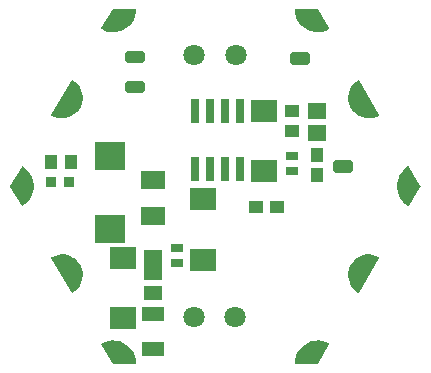
<source format=gbr>
G04 EAGLE Gerber RS-274X export*
G75*
%MOMM*%
%FSLAX34Y34*%
%LPD*%
%INSoldermask Top*%
%IPPOS*%
%AMOC8*
5,1,8,0,0,1.08239X$1,22.5*%
G01*
%ADD10R,0.901600X0.901600*%
%ADD11R,1.101600X1.201600*%
%ADD12C,0.605878*%
%ADD13C,1.101600*%
%ADD14R,2.101600X1.601600*%
%ADD15R,2.621600X2.411600*%
%ADD16R,0.660400X2.082800*%
%ADD17R,1.001600X0.801600*%
%ADD18R,1.201600X1.101600*%
%ADD19R,1.601600X1.401600*%
%ADD20C,1.801600*%
%ADD21R,2.301600X1.901600*%
%ADD22R,1.901600X1.221600*%
%ADD23R,1.601600X1.151600*%
%ADD24R,1.601600X2.501600*%

G36*
X-121620Y-90161D02*
X-121620Y-90161D01*
X-121549Y-90164D01*
X-121522Y-90154D01*
X-121493Y-90152D01*
X-121403Y-90110D01*
X-121363Y-90095D01*
X-121355Y-90087D01*
X-121342Y-90081D01*
X-119039Y-88482D01*
X-119015Y-88457D01*
X-118975Y-88429D01*
X-116966Y-86472D01*
X-116947Y-86443D01*
X-116912Y-86410D01*
X-115253Y-84149D01*
X-115238Y-84118D01*
X-115209Y-84079D01*
X-113945Y-81576D01*
X-113936Y-81542D01*
X-113914Y-81499D01*
X-113078Y-78822D01*
X-113075Y-78788D01*
X-113060Y-78742D01*
X-112677Y-75963D01*
X-112679Y-75929D01*
X-112673Y-75881D01*
X-112752Y-73078D01*
X-112760Y-73044D01*
X-112761Y-72996D01*
X-113300Y-70244D01*
X-113314Y-70212D01*
X-113323Y-70164D01*
X-114308Y-67539D01*
X-114323Y-67514D01*
X-114328Y-67494D01*
X-114336Y-67483D01*
X-114343Y-67464D01*
X-115747Y-65036D01*
X-115770Y-65010D01*
X-115794Y-64969D01*
X-117578Y-62805D01*
X-117605Y-62783D01*
X-117636Y-62746D01*
X-119752Y-60905D01*
X-119782Y-60888D01*
X-119818Y-60857D01*
X-122209Y-59389D01*
X-122241Y-59378D01*
X-122282Y-59352D01*
X-124881Y-58299D01*
X-124915Y-58292D01*
X-124960Y-58274D01*
X-127697Y-57663D01*
X-127732Y-57662D01*
X-127779Y-57651D01*
X-130579Y-57499D01*
X-130613Y-57504D01*
X-130661Y-57501D01*
X-133449Y-57811D01*
X-133482Y-57822D01*
X-133530Y-57827D01*
X-136228Y-58592D01*
X-136258Y-58608D01*
X-136305Y-58621D01*
X-138840Y-59820D01*
X-138864Y-59837D01*
X-138891Y-59847D01*
X-138943Y-59896D01*
X-139000Y-59939D01*
X-139014Y-59964D01*
X-139036Y-59984D01*
X-139064Y-60049D01*
X-139100Y-60111D01*
X-139103Y-60139D01*
X-139115Y-60166D01*
X-139116Y-60237D01*
X-139125Y-60308D01*
X-139117Y-60336D01*
X-139117Y-60365D01*
X-139083Y-60458D01*
X-139071Y-60499D01*
X-139064Y-60508D01*
X-139059Y-60521D01*
X-122059Y-89921D01*
X-122040Y-89943D01*
X-122027Y-89969D01*
X-121974Y-90017D01*
X-121927Y-90070D01*
X-121901Y-90082D01*
X-121879Y-90102D01*
X-121812Y-90125D01*
X-121748Y-90155D01*
X-121719Y-90157D01*
X-121691Y-90166D01*
X-121620Y-90161D01*
G37*
G36*
X130159Y57562D02*
X130159Y57562D01*
X130207Y57559D01*
X132995Y57869D01*
X133028Y57880D01*
X133076Y57885D01*
X135774Y58650D01*
X135804Y58666D01*
X135851Y58679D01*
X138386Y59878D01*
X138410Y59895D01*
X138437Y59905D01*
X138489Y59954D01*
X138546Y59997D01*
X138560Y60022D01*
X138582Y60042D01*
X138610Y60107D01*
X138646Y60169D01*
X138649Y60197D01*
X138661Y60224D01*
X138662Y60295D01*
X138671Y60366D01*
X138663Y60394D01*
X138663Y60423D01*
X138629Y60516D01*
X138617Y60557D01*
X138610Y60566D01*
X138605Y60579D01*
X121605Y89979D01*
X121586Y90001D01*
X121573Y90027D01*
X121520Y90075D01*
X121473Y90128D01*
X121447Y90140D01*
X121425Y90160D01*
X121358Y90183D01*
X121294Y90213D01*
X121265Y90215D01*
X121237Y90224D01*
X121166Y90219D01*
X121095Y90222D01*
X121068Y90212D01*
X121039Y90210D01*
X120949Y90168D01*
X120909Y90153D01*
X120901Y90145D01*
X120888Y90139D01*
X118585Y88540D01*
X118561Y88515D01*
X118521Y88487D01*
X116512Y86530D01*
X116493Y86501D01*
X116458Y86468D01*
X114799Y84207D01*
X114784Y84176D01*
X114755Y84137D01*
X113491Y81634D01*
X113482Y81600D01*
X113460Y81557D01*
X112624Y78880D01*
X112621Y78846D01*
X112606Y78800D01*
X112223Y76021D01*
X112225Y75987D01*
X112219Y75939D01*
X112298Y73136D01*
X112306Y73102D01*
X112307Y73054D01*
X112846Y70302D01*
X112860Y70270D01*
X112869Y70222D01*
X113854Y67597D01*
X113872Y67567D01*
X113889Y67522D01*
X115293Y65094D01*
X115316Y65068D01*
X115340Y65027D01*
X117124Y62863D01*
X117151Y62841D01*
X117182Y62804D01*
X119298Y60963D01*
X119328Y60946D01*
X119364Y60915D01*
X121755Y59447D01*
X121787Y59436D01*
X121828Y59410D01*
X124427Y58357D01*
X124461Y58350D01*
X124506Y58332D01*
X127243Y57721D01*
X127278Y57720D01*
X127325Y57709D01*
X130125Y57557D01*
X130159Y57562D01*
G37*
G36*
X121199Y-90160D02*
X121199Y-90160D01*
X121270Y-90161D01*
X121297Y-90150D01*
X121326Y-90146D01*
X121388Y-90112D01*
X121453Y-90084D01*
X121474Y-90063D01*
X121499Y-90049D01*
X121562Y-89973D01*
X121592Y-89942D01*
X121596Y-89932D01*
X121605Y-89921D01*
X138605Y-60521D01*
X138614Y-60493D01*
X138631Y-60469D01*
X138646Y-60400D01*
X138668Y-60332D01*
X138666Y-60303D01*
X138672Y-60275D01*
X138659Y-60205D01*
X138653Y-60134D01*
X138640Y-60108D01*
X138634Y-60080D01*
X138594Y-60021D01*
X138562Y-59958D01*
X138539Y-59939D01*
X138523Y-59915D01*
X138441Y-59858D01*
X138408Y-59831D01*
X138398Y-59828D01*
X138386Y-59820D01*
X135851Y-58621D01*
X135817Y-58613D01*
X135774Y-58592D01*
X133076Y-57827D01*
X133041Y-57825D01*
X132995Y-57811D01*
X130207Y-57501D01*
X130173Y-57504D01*
X130125Y-57499D01*
X127325Y-57651D01*
X127291Y-57660D01*
X127243Y-57663D01*
X124506Y-58274D01*
X124474Y-58288D01*
X124427Y-58299D01*
X121828Y-59352D01*
X121799Y-59371D01*
X121755Y-59389D01*
X119364Y-60857D01*
X119339Y-60880D01*
X119298Y-60905D01*
X117182Y-62746D01*
X117161Y-62773D01*
X117124Y-62805D01*
X115340Y-64969D01*
X115324Y-64999D01*
X115293Y-65036D01*
X113889Y-67464D01*
X113878Y-67497D01*
X113871Y-67510D01*
X113861Y-67524D01*
X113861Y-67527D01*
X113854Y-67539D01*
X112869Y-70164D01*
X112863Y-70199D01*
X112846Y-70244D01*
X112307Y-72996D01*
X112307Y-73031D01*
X112298Y-73078D01*
X112219Y-75881D01*
X112225Y-75915D01*
X112223Y-75963D01*
X112606Y-78742D01*
X112618Y-78774D01*
X112624Y-78822D01*
X113460Y-81499D01*
X113477Y-81530D01*
X113491Y-81576D01*
X114755Y-84079D01*
X114777Y-84106D01*
X114799Y-84149D01*
X116458Y-86410D01*
X116484Y-86433D01*
X116512Y-86472D01*
X118521Y-88429D01*
X118550Y-88448D01*
X118585Y-88482D01*
X120888Y-90081D01*
X120915Y-90093D01*
X120938Y-90111D01*
X121006Y-90132D01*
X121071Y-90160D01*
X121100Y-90160D01*
X121128Y-90168D01*
X121199Y-90160D01*
G37*
G36*
X-127779Y57709D02*
X-127779Y57709D01*
X-127745Y57718D01*
X-127697Y57721D01*
X-124960Y58332D01*
X-124928Y58346D01*
X-124881Y58357D01*
X-122282Y59410D01*
X-122253Y59429D01*
X-122209Y59447D01*
X-119818Y60915D01*
X-119793Y60938D01*
X-119752Y60963D01*
X-117636Y62804D01*
X-117615Y62831D01*
X-117578Y62863D01*
X-115794Y65027D01*
X-115778Y65057D01*
X-115747Y65094D01*
X-114343Y67522D01*
X-114332Y67555D01*
X-114308Y67597D01*
X-113323Y70222D01*
X-113317Y70257D01*
X-113300Y70302D01*
X-112761Y73054D01*
X-112761Y73089D01*
X-112752Y73136D01*
X-112673Y75939D01*
X-112679Y75973D01*
X-112677Y76021D01*
X-113060Y78800D01*
X-113072Y78832D01*
X-113078Y78880D01*
X-113914Y81557D01*
X-113931Y81588D01*
X-113945Y81634D01*
X-115209Y84137D01*
X-115231Y84164D01*
X-115253Y84207D01*
X-116912Y86468D01*
X-116938Y86491D01*
X-116966Y86530D01*
X-118975Y88487D01*
X-119004Y88506D01*
X-119039Y88540D01*
X-121342Y90139D01*
X-121369Y90151D01*
X-121392Y90169D01*
X-121460Y90190D01*
X-121525Y90218D01*
X-121554Y90218D01*
X-121582Y90226D01*
X-121653Y90218D01*
X-121724Y90219D01*
X-121751Y90208D01*
X-121780Y90204D01*
X-121842Y90170D01*
X-121907Y90142D01*
X-121928Y90121D01*
X-121953Y90107D01*
X-122016Y90031D01*
X-122046Y90000D01*
X-122050Y89990D01*
X-122059Y89979D01*
X-139059Y60579D01*
X-139068Y60551D01*
X-139085Y60527D01*
X-139100Y60458D01*
X-139122Y60390D01*
X-139120Y60361D01*
X-139126Y60333D01*
X-139113Y60263D01*
X-139107Y60192D01*
X-139094Y60166D01*
X-139088Y60138D01*
X-139048Y60079D01*
X-139016Y60016D01*
X-138993Y59997D01*
X-138977Y59973D01*
X-138895Y59916D01*
X-138862Y59889D01*
X-138852Y59886D01*
X-138840Y59878D01*
X-136305Y58679D01*
X-136271Y58671D01*
X-136228Y58650D01*
X-133530Y57885D01*
X-133495Y57883D01*
X-133449Y57869D01*
X-130661Y57559D01*
X-130627Y57562D01*
X-130579Y57557D01*
X-127779Y57709D01*
G37*
G36*
X163500Y-16960D02*
X163500Y-16960D01*
X163571Y-16961D01*
X163598Y-16949D01*
X163627Y-16946D01*
X163689Y-16911D01*
X163754Y-16883D01*
X163775Y-16863D01*
X163800Y-16848D01*
X163863Y-16771D01*
X163893Y-16741D01*
X163897Y-16731D01*
X163906Y-16720D01*
X173406Y-220D01*
X173416Y-188D01*
X173425Y-175D01*
X173429Y-151D01*
X173430Y-147D01*
X173461Y-77D01*
X173461Y-53D01*
X173469Y-31D01*
X173463Y45D01*
X173464Y122D01*
X173454Y146D01*
X173453Y167D01*
X173432Y206D01*
X173406Y278D01*
X163906Y16778D01*
X163887Y16800D01*
X163874Y16826D01*
X163821Y16874D01*
X163774Y16927D01*
X163748Y16940D01*
X163727Y16959D01*
X163659Y16982D01*
X163595Y17013D01*
X163566Y17015D01*
X163539Y17024D01*
X163467Y17019D01*
X163396Y17022D01*
X163369Y17012D01*
X163340Y17010D01*
X163250Y16968D01*
X163210Y16953D01*
X163202Y16946D01*
X163189Y16940D01*
X160666Y15198D01*
X160642Y15174D01*
X160604Y15147D01*
X158392Y13023D01*
X158373Y12995D01*
X158339Y12963D01*
X156497Y10512D01*
X156483Y10481D01*
X156454Y10444D01*
X155029Y7729D01*
X155020Y7698D01*
X155004Y7673D01*
X155003Y7665D01*
X154998Y7655D01*
X154027Y4747D01*
X154023Y4713D01*
X154008Y4669D01*
X153516Y1642D01*
X153517Y1608D01*
X153509Y1562D01*
X153509Y-1504D01*
X153510Y-1508D01*
X153510Y-1510D01*
X153516Y-1537D01*
X153516Y-1584D01*
X154008Y-4611D01*
X154020Y-4642D01*
X154027Y-4689D01*
X154998Y-7597D01*
X155015Y-7627D01*
X155029Y-7671D01*
X156454Y-10386D01*
X156476Y-10412D01*
X156497Y-10454D01*
X158339Y-12905D01*
X158364Y-12928D01*
X158392Y-12965D01*
X160604Y-15089D01*
X160632Y-15107D01*
X160666Y-15140D01*
X163189Y-16882D01*
X163216Y-16893D01*
X163238Y-16912D01*
X163307Y-16932D01*
X163372Y-16960D01*
X163401Y-16960D01*
X163429Y-16968D01*
X163500Y-16960D01*
G37*
G36*
X-163921Y-16961D02*
X-163921Y-16961D01*
X-163850Y-16964D01*
X-163823Y-16954D01*
X-163794Y-16952D01*
X-163704Y-16910D01*
X-163664Y-16895D01*
X-163656Y-16888D01*
X-163643Y-16882D01*
X-161120Y-15140D01*
X-161096Y-15116D01*
X-161058Y-15089D01*
X-158846Y-12965D01*
X-158827Y-12937D01*
X-158793Y-12905D01*
X-156951Y-10454D01*
X-156937Y-10423D01*
X-156908Y-10386D01*
X-155483Y-7671D01*
X-155474Y-7638D01*
X-155452Y-7597D01*
X-154481Y-4689D01*
X-154477Y-4655D01*
X-154462Y-4611D01*
X-153970Y-1584D01*
X-153971Y-1550D01*
X-153963Y-1504D01*
X-153963Y1562D01*
X-153970Y1595D01*
X-153970Y1642D01*
X-154462Y4669D01*
X-154474Y4700D01*
X-154481Y4747D01*
X-155452Y7655D01*
X-155465Y7678D01*
X-155471Y7703D01*
X-155478Y7712D01*
X-155483Y7729D01*
X-156908Y10444D01*
X-156930Y10470D01*
X-156951Y10512D01*
X-158793Y12963D01*
X-158818Y12986D01*
X-158846Y13023D01*
X-161058Y15147D01*
X-161086Y15165D01*
X-161120Y15198D01*
X-163643Y16940D01*
X-163670Y16951D01*
X-163692Y16970D01*
X-163761Y16990D01*
X-163826Y17018D01*
X-163855Y17018D01*
X-163883Y17026D01*
X-163954Y17018D01*
X-164025Y17019D01*
X-164052Y17007D01*
X-164081Y17004D01*
X-164143Y16969D01*
X-164208Y16941D01*
X-164229Y16921D01*
X-164254Y16906D01*
X-164317Y16829D01*
X-164347Y16799D01*
X-164351Y16789D01*
X-164360Y16778D01*
X-173860Y278D01*
X-173884Y205D01*
X-173915Y135D01*
X-173915Y111D01*
X-173923Y89D01*
X-173917Y13D01*
X-173918Y-64D01*
X-173908Y-88D01*
X-173907Y-109D01*
X-173886Y-148D01*
X-173867Y-200D01*
X-173866Y-206D01*
X-173864Y-208D01*
X-173860Y-220D01*
X-164360Y-16720D01*
X-164341Y-16742D01*
X-164328Y-16768D01*
X-164275Y-16816D01*
X-164228Y-16869D01*
X-164202Y-16882D01*
X-164181Y-16901D01*
X-164113Y-16924D01*
X-164049Y-16955D01*
X-164020Y-16957D01*
X-163993Y-16966D01*
X-163921Y-16961D01*
G37*
G36*
X86449Y-150455D02*
X86449Y-150455D01*
X86527Y-150446D01*
X86546Y-150435D01*
X86568Y-150431D01*
X86632Y-150387D01*
X86700Y-150348D01*
X86716Y-150329D01*
X86732Y-150318D01*
X86756Y-150280D01*
X86806Y-150220D01*
X96306Y-133720D01*
X96315Y-133693D01*
X96331Y-133669D01*
X96346Y-133599D01*
X96369Y-133531D01*
X96366Y-133503D01*
X96372Y-133475D01*
X96359Y-133405D01*
X96353Y-133333D01*
X96340Y-133308D01*
X96334Y-133280D01*
X96294Y-133220D01*
X96261Y-133157D01*
X96239Y-133139D01*
X96223Y-133115D01*
X96140Y-133057D01*
X96108Y-133030D01*
X96097Y-133027D01*
X96087Y-133020D01*
X93321Y-131711D01*
X93288Y-131703D01*
X93245Y-131683D01*
X90305Y-130835D01*
X90271Y-130832D01*
X90227Y-130819D01*
X87189Y-130454D01*
X87155Y-130457D01*
X87108Y-130451D01*
X84051Y-130578D01*
X84018Y-130586D01*
X83971Y-130587D01*
X80974Y-131203D01*
X80943Y-131216D01*
X80897Y-131226D01*
X78037Y-132314D01*
X78009Y-132332D01*
X77965Y-132349D01*
X75317Y-133882D01*
X75291Y-133904D01*
X75251Y-133927D01*
X72883Y-135865D01*
X72861Y-135892D01*
X72825Y-135921D01*
X70798Y-138214D01*
X70782Y-138243D01*
X70750Y-138278D01*
X69118Y-140866D01*
X69106Y-140898D01*
X69081Y-140937D01*
X67885Y-143754D01*
X67878Y-143787D01*
X67875Y-143794D01*
X67871Y-143800D01*
X67870Y-143806D01*
X67859Y-143830D01*
X67131Y-146802D01*
X67129Y-146836D01*
X67118Y-146881D01*
X66875Y-149931D01*
X66879Y-149960D01*
X66874Y-149988D01*
X66891Y-150057D01*
X66899Y-150129D01*
X66914Y-150153D01*
X66920Y-150181D01*
X66963Y-150239D01*
X66999Y-150301D01*
X67021Y-150318D01*
X67038Y-150341D01*
X67100Y-150378D01*
X67157Y-150421D01*
X67185Y-150428D01*
X67209Y-150443D01*
X67309Y-150459D01*
X67350Y-150470D01*
X67360Y-150468D01*
X67373Y-150470D01*
X86373Y-150470D01*
X86449Y-150455D01*
G37*
G36*
X87142Y130514D02*
X87142Y130514D01*
X87189Y130512D01*
X90227Y130877D01*
X90259Y130888D01*
X90305Y130893D01*
X93245Y131741D01*
X93275Y131757D01*
X93321Y131769D01*
X96087Y133078D01*
X96109Y133095D01*
X96136Y133105D01*
X96188Y133154D01*
X96246Y133197D01*
X96260Y133222D01*
X96281Y133241D01*
X96310Y133307D01*
X96346Y133369D01*
X96349Y133397D01*
X96361Y133423D01*
X96362Y133495D01*
X96371Y133566D01*
X96363Y133593D01*
X96364Y133622D01*
X96328Y133717D01*
X96317Y133757D01*
X96310Y133766D01*
X96306Y133778D01*
X86806Y150278D01*
X86754Y150337D01*
X86708Y150399D01*
X86689Y150410D01*
X86674Y150427D01*
X86604Y150461D01*
X86537Y150501D01*
X86513Y150505D01*
X86495Y150513D01*
X86450Y150515D01*
X86373Y150528D01*
X67373Y150528D01*
X67345Y150523D01*
X67317Y150525D01*
X67249Y150503D01*
X67178Y150489D01*
X67155Y150473D01*
X67128Y150464D01*
X67073Y150417D01*
X67014Y150376D01*
X66999Y150352D01*
X66978Y150334D01*
X66946Y150269D01*
X66907Y150209D01*
X66902Y150181D01*
X66890Y150155D01*
X66881Y150054D01*
X66874Y150012D01*
X66876Y150002D01*
X66875Y149989D01*
X67118Y146939D01*
X67127Y146907D01*
X67131Y146860D01*
X67859Y143888D01*
X67874Y143857D01*
X67885Y143812D01*
X69081Y140995D01*
X69100Y140967D01*
X69118Y140924D01*
X70750Y138336D01*
X70774Y138312D01*
X70798Y138272D01*
X72825Y135979D01*
X72852Y135959D01*
X72883Y135923D01*
X75251Y133985D01*
X75281Y133969D01*
X75317Y133940D01*
X77965Y132407D01*
X77997Y132396D01*
X78037Y132372D01*
X80897Y131284D01*
X80930Y131278D01*
X80974Y131261D01*
X83971Y130645D01*
X84005Y130645D01*
X84051Y130636D01*
X87108Y130509D01*
X87142Y130514D01*
G37*
G36*
X-67799Y-150465D02*
X-67799Y-150465D01*
X-67771Y-150467D01*
X-67703Y-150445D01*
X-67632Y-150431D01*
X-67609Y-150415D01*
X-67582Y-150406D01*
X-67527Y-150359D01*
X-67468Y-150318D01*
X-67453Y-150294D01*
X-67432Y-150276D01*
X-67400Y-150211D01*
X-67361Y-150151D01*
X-67356Y-150123D01*
X-67344Y-150097D01*
X-67335Y-149996D01*
X-67328Y-149954D01*
X-67330Y-149944D01*
X-67329Y-149931D01*
X-67572Y-146881D01*
X-67581Y-146849D01*
X-67585Y-146802D01*
X-68313Y-143830D01*
X-68328Y-143799D01*
X-68339Y-143754D01*
X-69535Y-140937D01*
X-69554Y-140909D01*
X-69572Y-140866D01*
X-71204Y-138278D01*
X-71228Y-138254D01*
X-71252Y-138214D01*
X-73279Y-135921D01*
X-73306Y-135901D01*
X-73337Y-135865D01*
X-75705Y-133927D01*
X-75735Y-133911D01*
X-75771Y-133882D01*
X-78419Y-132349D01*
X-78451Y-132338D01*
X-78491Y-132314D01*
X-81351Y-131226D01*
X-81384Y-131220D01*
X-81428Y-131203D01*
X-84425Y-130587D01*
X-84459Y-130587D01*
X-84505Y-130578D01*
X-87562Y-130451D01*
X-87596Y-130456D01*
X-87643Y-130454D01*
X-90681Y-130819D01*
X-90713Y-130830D01*
X-90759Y-130835D01*
X-93699Y-131683D01*
X-93729Y-131699D01*
X-93775Y-131711D01*
X-96541Y-133020D01*
X-96563Y-133037D01*
X-96590Y-133047D01*
X-96642Y-133096D01*
X-96700Y-133139D01*
X-96714Y-133164D01*
X-96735Y-133183D01*
X-96764Y-133249D01*
X-96800Y-133311D01*
X-96803Y-133339D01*
X-96815Y-133365D01*
X-96816Y-133437D01*
X-96825Y-133508D01*
X-96817Y-133535D01*
X-96818Y-133564D01*
X-96782Y-133659D01*
X-96771Y-133699D01*
X-96764Y-133708D01*
X-96760Y-133720D01*
X-87260Y-150220D01*
X-87208Y-150279D01*
X-87162Y-150341D01*
X-87143Y-150352D01*
X-87128Y-150369D01*
X-87058Y-150403D01*
X-86991Y-150443D01*
X-86967Y-150447D01*
X-86949Y-150455D01*
X-86904Y-150457D01*
X-86827Y-150470D01*
X-67827Y-150470D01*
X-67799Y-150465D01*
G37*
G36*
X-84505Y130636D02*
X-84505Y130636D01*
X-84472Y130644D01*
X-84425Y130645D01*
X-81428Y131261D01*
X-81397Y131274D01*
X-81351Y131284D01*
X-78491Y132372D01*
X-78463Y132390D01*
X-78419Y132407D01*
X-75771Y133940D01*
X-75745Y133962D01*
X-75705Y133985D01*
X-73337Y135923D01*
X-73315Y135950D01*
X-73279Y135979D01*
X-71252Y138272D01*
X-71236Y138301D01*
X-71204Y138336D01*
X-69572Y140924D01*
X-69560Y140956D01*
X-69535Y140995D01*
X-68339Y143812D01*
X-68332Y143845D01*
X-68313Y143888D01*
X-67585Y146860D01*
X-67583Y146894D01*
X-67572Y146939D01*
X-67329Y149989D01*
X-67333Y150018D01*
X-67328Y150046D01*
X-67345Y150115D01*
X-67353Y150187D01*
X-67368Y150211D01*
X-67374Y150239D01*
X-67417Y150297D01*
X-67453Y150359D01*
X-67475Y150376D01*
X-67492Y150399D01*
X-67554Y150436D01*
X-67611Y150479D01*
X-67639Y150486D01*
X-67663Y150501D01*
X-67763Y150517D01*
X-67804Y150528D01*
X-67814Y150526D01*
X-67827Y150528D01*
X-86827Y150528D01*
X-86903Y150513D01*
X-86981Y150504D01*
X-87000Y150493D01*
X-87022Y150489D01*
X-87086Y150445D01*
X-87154Y150406D01*
X-87170Y150387D01*
X-87186Y150376D01*
X-87210Y150338D01*
X-87260Y150278D01*
X-96760Y133778D01*
X-96769Y133751D01*
X-96785Y133727D01*
X-96800Y133657D01*
X-96823Y133589D01*
X-96820Y133561D01*
X-96826Y133533D01*
X-96813Y133463D01*
X-96807Y133391D01*
X-96794Y133366D01*
X-96788Y133338D01*
X-96748Y133278D01*
X-96715Y133215D01*
X-96693Y133197D01*
X-96677Y133173D01*
X-96594Y133115D01*
X-96562Y133088D01*
X-96551Y133085D01*
X-96541Y133078D01*
X-93775Y131769D01*
X-93742Y131761D01*
X-93699Y131741D01*
X-90759Y130893D01*
X-90725Y130890D01*
X-90681Y130877D01*
X-87643Y130512D01*
X-87609Y130515D01*
X-87562Y130509D01*
X-84505Y130636D01*
G37*
D10*
X-139562Y3366D03*
X-124562Y3366D03*
D11*
X-139579Y20776D03*
X-122579Y20776D03*
D12*
X-74440Y87061D02*
X-63482Y87061D01*
X-63482Y82103D01*
X-74440Y82103D01*
X-74440Y87061D01*
X-74440Y107503D02*
X-63482Y107503D01*
X-74440Y107503D02*
X-74440Y112461D01*
X-63482Y112461D01*
X-63482Y107503D01*
X65514Y105979D02*
X76472Y105979D01*
X65514Y105979D02*
X65514Y110937D01*
X76472Y110937D01*
X76472Y105979D01*
X102248Y14488D02*
X113206Y14488D01*
X102248Y14488D02*
X102248Y19446D01*
X113206Y19446D01*
X113206Y14488D01*
D13*
X82373Y143129D03*
X164973Y29D03*
X82373Y-143071D03*
X-82827Y-143071D03*
X-165427Y29D03*
X-82827Y143129D03*
X123673Y71529D03*
X123673Y-71471D03*
X-124127Y-71471D03*
X-124127Y71529D03*
D14*
X-52705Y-24652D03*
X-52705Y5348D03*
D15*
X-89535Y-35953D03*
X-89535Y26047D03*
D16*
X-17907Y14859D03*
X-5207Y14859D03*
X7493Y14859D03*
X20193Y14859D03*
X20193Y64135D03*
X7493Y64135D03*
X-5207Y64135D03*
X-17907Y64135D03*
D17*
X64331Y12654D03*
X64331Y25654D03*
D18*
X64447Y63863D03*
X64447Y46863D03*
D19*
X85852Y44983D03*
X85852Y63983D03*
D11*
X85852Y26661D03*
X85852Y9661D03*
D20*
X-18008Y111395D03*
X16992Y111395D03*
D18*
X34553Y-17526D03*
X51553Y-17526D03*
D20*
X16357Y-110379D03*
X-18643Y-110379D03*
D21*
X-78740Y-111225D03*
X-78740Y-60225D03*
D22*
X-53086Y-107909D03*
X-53086Y-137709D03*
D23*
X-53086Y-90053D03*
D24*
X-53086Y-66303D03*
D21*
X-11049Y-61949D03*
X-11049Y-10949D03*
D17*
X-32639Y-65197D03*
X-32639Y-52197D03*
D21*
X41021Y63727D03*
X41021Y12727D03*
M02*

</source>
